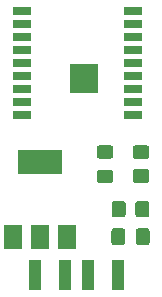
<source format=gbr>
%TF.GenerationSoftware,KiCad,Pcbnew,(5.1.10)-1*%
%TF.CreationDate,2021-07-31T00:05:09+08:00*%
%TF.ProjectId,ESP_Keychain,4553505f-4b65-4796-9368-61696e2e6b69,rev?*%
%TF.SameCoordinates,Original*%
%TF.FileFunction,Paste,Top*%
%TF.FilePolarity,Positive*%
%FSLAX46Y46*%
G04 Gerber Fmt 4.6, Leading zero omitted, Abs format (unit mm)*
G04 Created by KiCad (PCBNEW (5.1.10)-1) date 2021-07-31 00:05:09*
%MOMM*%
%LPD*%
G01*
G04 APERTURE LIST*
%ADD10C,0.010000*%
%ADD11R,1.500000X2.000000*%
%ADD12R,3.800000X2.000000*%
%ADD13R,1.590000X0.770000*%
%ADD14R,1.100000X2.500000*%
G04 APERTURE END LIST*
D10*
%TO.C,U1*%
G36*
X109921600Y-67745600D02*
G01*
X112261600Y-67745600D01*
X112261600Y-70085600D01*
X109921600Y-70085600D01*
X109921600Y-67745600D01*
G37*
X109921600Y-67745600D02*
X112261600Y-67745600D01*
X112261600Y-70085600D01*
X109921600Y-70085600D01*
X109921600Y-67745600D01*
%TD*%
%TO.C,R4*%
G36*
G01*
X115500999Y-76600000D02*
X116401001Y-76600000D01*
G75*
G02*
X116651000Y-76849999I0J-249999D01*
G01*
X116651000Y-77550001D01*
G75*
G02*
X116401001Y-77800000I-249999J0D01*
G01*
X115500999Y-77800000D01*
G75*
G02*
X115251000Y-77550001I0J249999D01*
G01*
X115251000Y-76849999D01*
G75*
G02*
X115500999Y-76600000I249999J0D01*
G01*
G37*
G36*
G01*
X115500999Y-74600000D02*
X116401001Y-74600000D01*
G75*
G02*
X116651000Y-74849999I0J-249999D01*
G01*
X116651000Y-75550001D01*
G75*
G02*
X116401001Y-75800000I-249999J0D01*
G01*
X115500999Y-75800000D01*
G75*
G02*
X115251000Y-75550001I0J249999D01*
G01*
X115251000Y-74849999D01*
G75*
G02*
X115500999Y-74600000I249999J0D01*
G01*
G37*
%TD*%
%TO.C,D1*%
G36*
G01*
X113353001Y-75759000D02*
X112452999Y-75759000D01*
G75*
G02*
X112203000Y-75509001I0J249999D01*
G01*
X112203000Y-74858999D01*
G75*
G02*
X112452999Y-74609000I249999J0D01*
G01*
X113353001Y-74609000D01*
G75*
G02*
X113603000Y-74858999I0J-249999D01*
G01*
X113603000Y-75509001D01*
G75*
G02*
X113353001Y-75759000I-249999J0D01*
G01*
G37*
G36*
G01*
X113353001Y-77809000D02*
X112452999Y-77809000D01*
G75*
G02*
X112203000Y-77559001I0J249999D01*
G01*
X112203000Y-76908999D01*
G75*
G02*
X112452999Y-76659000I249999J0D01*
G01*
X113353001Y-76659000D01*
G75*
G02*
X113603000Y-76908999I0J-249999D01*
G01*
X113603000Y-77559001D01*
G75*
G02*
X113353001Y-77809000I-249999J0D01*
G01*
G37*
%TD*%
D11*
%TO.C,U3*%
X105091200Y-82347200D03*
X109691200Y-82347200D03*
X107391200Y-82347200D03*
D12*
X107391200Y-76047200D03*
%TD*%
D13*
%TO.C,U1*%
X115301600Y-63265600D03*
X115301600Y-64365600D03*
X115301600Y-65465600D03*
X115301600Y-66565600D03*
X115301600Y-67665600D03*
X115301600Y-68765600D03*
X115301600Y-69865600D03*
X115301600Y-70965600D03*
X115301600Y-72065600D03*
X105881600Y-72065600D03*
X105881600Y-70965600D03*
X105881600Y-69865600D03*
X105881600Y-68765600D03*
X105881600Y-67665600D03*
X105881600Y-66565600D03*
X105881600Y-65465600D03*
X105881600Y-64365600D03*
X105881600Y-63265600D03*
%TD*%
%TO.C,R3*%
G36*
G01*
X114662000Y-79559999D02*
X114662000Y-80460001D01*
G75*
G02*
X114412001Y-80710000I-249999J0D01*
G01*
X113711999Y-80710000D01*
G75*
G02*
X113462000Y-80460001I0J249999D01*
G01*
X113462000Y-79559999D01*
G75*
G02*
X113711999Y-79310000I249999J0D01*
G01*
X114412001Y-79310000D01*
G75*
G02*
X114662000Y-79559999I0J-249999D01*
G01*
G37*
G36*
G01*
X116662000Y-79559999D02*
X116662000Y-80460001D01*
G75*
G02*
X116412001Y-80710000I-249999J0D01*
G01*
X115711999Y-80710000D01*
G75*
G02*
X115462000Y-80460001I0J249999D01*
G01*
X115462000Y-79559999D01*
G75*
G02*
X115711999Y-79310000I249999J0D01*
G01*
X116412001Y-79310000D01*
G75*
G02*
X116662000Y-79559999I0J-249999D01*
G01*
G37*
%TD*%
D14*
%TO.C,J1*%
X106990000Y-85600000D03*
X113990000Y-85600000D03*
X109490000Y-85600000D03*
X111490000Y-85600000D03*
%TD*%
%TO.C,C1*%
G36*
G01*
X114612000Y-81871800D02*
X114612000Y-82821800D01*
G75*
G02*
X114362000Y-83071800I-250000J0D01*
G01*
X113687000Y-83071800D01*
G75*
G02*
X113437000Y-82821800I0J250000D01*
G01*
X113437000Y-81871800D01*
G75*
G02*
X113687000Y-81621800I250000J0D01*
G01*
X114362000Y-81621800D01*
G75*
G02*
X114612000Y-81871800I0J-250000D01*
G01*
G37*
G36*
G01*
X116687000Y-81871800D02*
X116687000Y-82821800D01*
G75*
G02*
X116437000Y-83071800I-250000J0D01*
G01*
X115762000Y-83071800D01*
G75*
G02*
X115512000Y-82821800I0J250000D01*
G01*
X115512000Y-81871800D01*
G75*
G02*
X115762000Y-81621800I250000J0D01*
G01*
X116437000Y-81621800D01*
G75*
G02*
X116687000Y-81871800I0J-250000D01*
G01*
G37*
%TD*%
M02*

</source>
